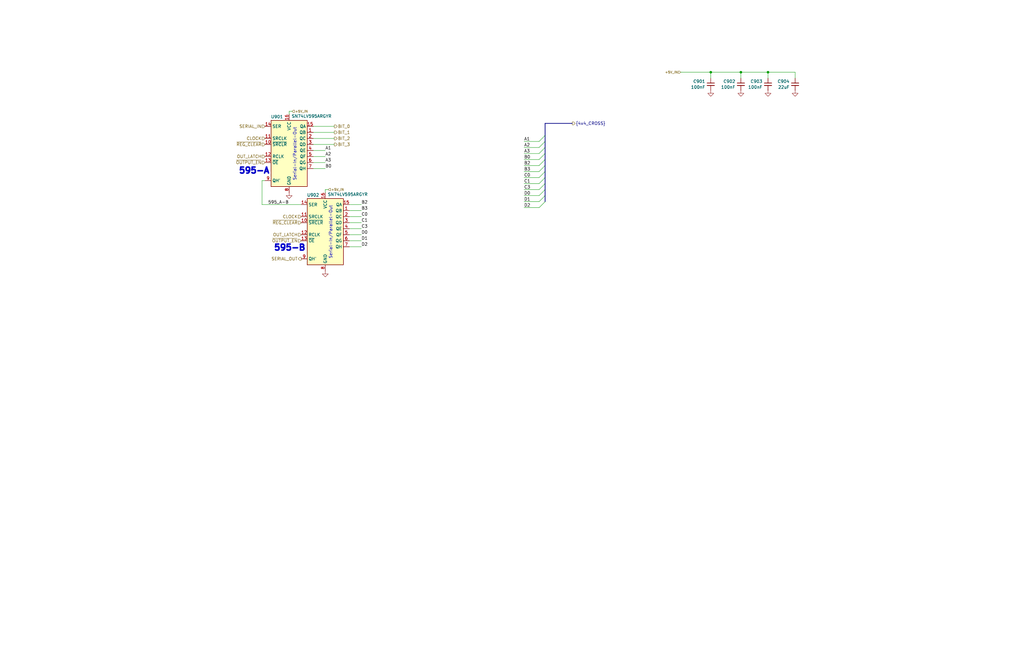
<source format=kicad_sch>
(kicad_sch (version 20250114) (generator "eeschema") (generator_version "9.0")
  (paper "B")
  (lib_symbols
    (symbol "74HC595_1"
      (property "Reference" "U110" (at -1.27 16.51 0))
      (property "Value" "SN74LV595ARGYR" (at -1.27 14.0857 0))
      (symbol "74HC595_1_1_0"
        (pin input line (at -10.16 10.16 0) (length 2.54) (name "SER") (number "14"))
        (pin input line (at -10.16 5.08 0) (length 2.54) (name "SRCLK") (number "11"))
        (pin input line (at -10.16 2.54 0) (length 2.54) (name "~{SRCLR}") (number "10"))
        (pin input line (at -10.16 -2.54 0) (length 2.54) (name "RCLK") (number "12"))
        (pin input line (at -10.16 -5.08 0) (length 2.54) (name "~{OE}") (number "13"))
        (pin output line (at -10.16 -12.7 0) (length 2.54) (name "QH'") (number "9"))
        (pin power_in line (at 0 15.24 270) (length 2.54) (name "VCC") (number "16"))
        (pin power_in line (at 0 -17.78 90) (length 2.54) (name "GND") (number "8"))
        (pin tri_state line (at 10.16 10.16 180) (length 2.54) (name "QA") (number "15"))
        (pin tri_state line (at 10.16 7.62 180) (length 2.54) (name "QB") (number "1"))
        (pin tri_state line (at 10.16 5.08 180) (length 2.54) (name "QC") (number "2"))
        (pin tri_state line (at 10.16 2.54 180) (length 2.54) (name "QD") (number "3"))
        (pin tri_state line (at 10.16 0 180) (length 2.54) (name "QE") (number "4"))
        (pin tri_state line (at 10.16 -2.54 180) (length 2.54) (name "QF") (number "5"))
        (pin tri_state line (at 10.16 -5.08 180) (length 2.54) (name "QG") (number "6"))
        (pin tri_state line (at 10.16 -7.62 180) (length 2.54) (name "QH") (number "7"))
      )
      (symbol "74HC595_1_1_1"
        (rectangle (start -7.62 12.7) (end 7.62 -15.24) (stroke (width 0.254)) (fill (type background)))
      )
    )
    (symbol "Device:C_Small" (pin_numbers (hide yes)) (pin_names (offset 0.254) (hide yes))
      (property "Reference" "C" (at 0.254 1.778 0))
      (property "Value" "C_Small" (at 0.254 -2.032 0))
      (symbol "C_Small_0_1"
        (polyline (pts (xy -1.524 0.508) (xy 1.524 0.508)) (stroke (width 0.3048)))
        (polyline (pts (xy -1.524 -0.508) (xy 1.524 -0.508)) (stroke (width 0.3302)))
      )
      (symbol "C_Small_1_1"
        (pin passive line (at 0 2.54 270) (length 2.032) (name "~") (number "1"))
        (pin passive line (at 0 -2.54 90) (length 2.032) (name "~") (number "2"))
      )
    )
    (symbol "power:GND" (power) (pin_numbers (hide yes)) (pin_names (offset 0) (hide yes))
      (property "Value" "GND" (at 0 -3.81 0))
      (symbol "GND_0_1"
        (polyline (pts (xy 0 0) (xy 0 -1.27) (xy 1.27 -1.27) (xy 0 -2.54) (xy -1.27 -1.27) (xy 0 -1.27)))
      )
      (symbol "GND_1_1"
        (pin power_in line (at 0 0 270) (length 0) (name "~") (number "1"))
      )
    )
  )
  (text "595-B" (at 122.174 104.648 0) (effects (font (size 2.54 2.54) (thickness 1.016) (bold yes))))
  (text "595-A" (at 107.188 72.136 0) (effects (font (size 2.54 2.54) (thickness 1.016) (bold yes))))
  (text "Serial-In/Parallel-Out" (at 139.446 98.044 90) (effects (font (size 1.27 1.27))))
  (text "Serial-In/Parallel-Out" (at 124.3083 65.024 90) (effects (font (size 1.27 1.27))))
  (junction (at 323.85 30.48))
  (junction (at 312.42 30.48))
  (junction (at 299.72 30.48))
  (bus_entry (at 229.87 59.69) (size -2.54 2.54))
  (bus_entry (at 229.87 82.55) (size -2.54 2.54))
  (bus_entry (at 229.87 85.09) (size -2.54 2.54))
  (bus_entry (at 229.87 64.77) (size -2.54 2.54))
  (bus_entry (at 229.87 77.47) (size -2.54 2.54))
  (bus_entry (at 229.87 62.23) (size -2.54 2.54))
  (bus_entry (at 229.87 74.93) (size -2.54 2.54))
  (bus_entry (at 229.87 69.85) (size -2.54 2.54))
  (bus_entry (at 229.87 72.39) (size -2.54 2.54))
  (bus_entry (at 229.87 57.15) (size -2.54 2.54))
  (bus_entry (at 229.87 80.01) (size -2.54 2.54))
  (bus_entry (at 229.87 67.31) (size -2.54 2.54))
  (bus (pts (xy 229.87 72.39) (xy 229.87 74.93)))
  (bus (pts (xy 229.87 59.69) (xy 229.87 62.23)))
  (wire (pts (xy 299.72 30.48) (xy 312.42 30.48)))
  (wire (pts (xy 323.85 30.48) (xy 335.28 30.48)))
  (wire (pts (xy 220.98 72.39) (xy 227.33 72.39)))
  (wire (pts (xy 127 86.36) (xy 110.49 86.36)))
  (wire (pts (xy 220.98 67.31) (xy 227.33 67.31)))
  (wire (pts (xy 123.19 46.99) (xy 121.92 46.99)))
  (wire (pts (xy 220.98 69.85) (xy 227.33 69.85)))
  (wire (pts (xy 152.4 91.44) (xy 147.32 91.44)))
  (wire (pts (xy 220.98 74.93) (xy 227.33 74.93)))
  (wire (pts (xy 152.4 93.98) (xy 147.32 93.98)))
  (wire (pts (xy 138.43 80.01) (xy 137.16 80.01)))
  (wire (pts (xy 137.16 71.12) (xy 132.08 71.12)))
  (wire (pts (xy 110.49 86.36) (xy 110.49 76.2)))
  (wire (pts (xy 323.85 30.48) (xy 323.85 33.02)))
  (wire (pts (xy 220.98 82.55) (xy 227.33 82.55)))
  (wire (pts (xy 137.16 63.5) (xy 132.08 63.5)))
  (wire (pts (xy 137.16 80.01) (xy 137.16 81.28)))
  (wire (pts (xy 110.49 76.2) (xy 111.76 76.2)))
  (wire (pts (xy 335.28 30.48) (xy 335.28 33.02)))
  (wire (pts (xy 220.98 85.09) (xy 227.33 85.09)))
  (wire (pts (xy 152.4 101.6) (xy 147.32 101.6)))
  (wire (pts (xy 140.97 55.88) (xy 132.08 55.88)))
  (bus (pts (xy 229.87 69.85) (xy 229.87 72.39)))
  (wire (pts (xy 152.4 86.36) (xy 147.32 86.36)))
  (wire (pts (xy 220.98 62.23) (xy 227.33 62.23)))
  (bus (pts (xy 229.87 67.31) (xy 229.87 69.85)))
  (bus (pts (xy 229.87 57.15) (xy 229.87 59.69)))
  (bus (pts (xy 229.87 62.23) (xy 229.87 64.77)))
  (wire (pts (xy 137.16 68.58) (xy 132.08 68.58)))
  (wire (pts (xy 287.02 30.48) (xy 299.72 30.48)))
  (wire (pts (xy 312.42 30.48) (xy 312.42 33.02)))
  (bus (pts (xy 229.87 80.01) (xy 229.87 82.55)))
  (wire (pts (xy 137.16 66.04) (xy 132.08 66.04)))
  (wire (pts (xy 121.92 46.99) (xy 121.92 48.26)))
  (wire (pts (xy 152.4 99.06) (xy 147.32 99.06)))
  (bus (pts (xy 229.87 57.15) (xy 229.87 52.07)))
  (wire (pts (xy 220.98 59.69) (xy 227.33 59.69)))
  (bus (pts (xy 229.87 74.93) (xy 229.87 77.47)))
  (bus (pts (xy 229.87 64.77) (xy 229.87 67.31)))
  (wire (pts (xy 152.4 88.9) (xy 147.32 88.9)))
  (wire (pts (xy 220.98 77.47) (xy 227.33 77.47)))
  (bus (pts (xy 229.87 77.47) (xy 229.87 80.01)))
  (wire (pts (xy 312.42 30.48) (xy 323.85 30.48)))
  (wire (pts (xy 140.97 58.42) (xy 132.08 58.42)))
  (wire (pts (xy 152.4 96.52) (xy 147.32 96.52)))
  (bus (pts (xy 229.87 52.07) (xy 241.3 52.07)))
  (wire (pts (xy 140.97 60.96) (xy 132.08 60.96)))
  (wire (pts (xy 140.97 53.34) (xy 132.08 53.34)))
  (wire (pts (xy 220.98 80.01) (xy 227.33 80.01)))
  (wire (pts (xy 299.72 33.02) (xy 299.72 30.48)))
  (wire (pts (xy 220.98 87.63) (xy 227.33 87.63)))
  (wire (pts (xy 152.4 104.14) (xy 147.32 104.14)))
  (bus (pts (xy 229.87 82.55) (xy 229.87 85.09)))
  (wire (pts (xy 220.98 64.77) (xy 227.33 64.77)))
  (label "C1" (at 152.4 93.98 0))
  (label "A2" (at 137.16 66.04 0))
  (label "595_A-B" (at 113.03 86.36 0))
  (label "B3" (at 152.4 88.9 0))
  (label "A1" (at 137.16 63.5 0))
  (label "A3" (at 137.16 68.58 0))
  (label "D2" (at 152.4 104.14 0))
  (label "C0" (at 220.98 74.93 0))
  (label "C3" (at 220.98 80.01 0))
  (label "D0" (at 220.98 82.55 0))
  (label "B0" (at 137.16 71.12 0))
  (label "A1" (at 220.98 59.69 0))
  (label "B3" (at 220.98 72.39 0))
  (label "C1" (at 220.98 77.47 0))
  (label "C0" (at 152.4 91.44 0))
  (label "D1" (at 220.98 85.09 0))
  (label "C3" (at 152.4 96.52 0))
  (label "B2" (at 220.98 69.85 0))
  (label "D0" (at 152.4 99.06 0))
  (label "B2" (at 152.4 86.36 0))
  (label "A2" (at 220.98 62.23 0))
  (label "D1" (at 152.4 101.6 0))
  (label "D2" (at 220.98 87.63 0))
  (label "B0" (at 220.98 67.31 0))
  (label "A3" (at 220.98 64.77 0))
  (hierarchical_label "BIT_1" (shape output) (at 140.97 55.88 0))
  (hierarchical_label "{4x4_CROSS}" (shape output) (at 241.3 52.07 0))
  (hierarchical_label "CLOCK" (shape input) (at 127 91.44 180))
  (hierarchical_label "~{REG_CLEAR}" (shape input) (at 127 93.98 180))
  (hierarchical_label "+5V_IN" (shape input) (at 138.43 80.01 0) (effects (font (size 1 1))))
  (hierarchical_label "SERIAL_OUT" (shape output) (at 127 109.22 180))
  (hierarchical_label "+5V_IN" (shape input) (at 287.02 30.48 180) (effects (font (size 1 1))))
  (hierarchical_label "~{OUTPUT_EN}" (shape input) (at 127 101.6 180))
  (hierarchical_label "BIT_3" (shape output) (at 140.97 60.96 0))
  (hierarchical_label "CLOCK" (shape input) (at 111.76 58.42 180))
  (hierarchical_label "OUT_LATCH" (shape input) (at 127 99.06 180))
  (hierarchical_label "~{REG_CLEAR}" (shape input) (at 111.76 60.96 180))
  (hierarchical_label "SERIAL_IN" (shape input) (at 111.76 53.34 180))
  (hierarchical_label "OUT_LATCH" (shape input) (at 111.76 66.04 180))
  (hierarchical_label "BIT_0" (shape output) (at 140.97 53.34 0))
  (hierarchical_label "BIT_2" (shape output) (at 140.97 58.42 0))
  (hierarchical_label "+5V_IN" (shape input) (at 123.19 46.99 0) (effects (font (size 1 1))))
  (hierarchical_label "~{OUTPUT_EN}" (shape input) (at 111.76 68.58 180))
  (symbol (lib_id "Device:C_Small") (at 323.85 35.56 0) (mirror y) (unit 1)
    (property "Reference" "C903" (at 321.5259 34.3541 0) (effects (justify left)))
    (property "Value" "100nF" (at 321.5259 36.7784 0) (effects (justify left)))
    (property "Footprint" "Capacitor_SMD:C_0402_1005Metric" (effects (hide yes)))
    (property "Description" "Unpolarized capacitor, small symbol" (effects (hide yes)))
  )
  (symbol (lib_id "power:GND") (at 299.72 38.1 0) (mirror y) (unit 1)
    (property "Reference" "#PWR0901" (effects (hide yes)))
    (property "Value" "GND" (effects (hide yes)))
    (property "Description" "Power symbol creates a global label with name \"GND\" , ground" (effects (hide yes)))
  )
  (symbol (lib_name "74HC595_1") (lib_id "74xx:74HC595") (at 121.92 63.5 0) (unit 1)
    (property "Reference" "U901" (at 119.38 49.276 0) (effects (justify right)))
    (property "Value" "SN74LV595ARGYR" (at 122.936 49.022 0) (effects (justify left)))
    (property "Footprint" "Libraries:RGY16_2P55X2P05" (effects (hide yes)))
    (property "Datasheet" "https://www.ti.com/lit/ds/symlink/sn74hc595.pdf" (effects (hide yes)))
    (property "Description" "8-bit serial in/out Shift Register 3-State Outputs" (effects (hide yes)))
    (property "DigiKey" "https://www.digikey.com/en/products/detail/texas-instruments/SN74LV595ARGYR/521526" (effects (hide yes)))
  )
  (symbol (lib_id "power:GND") (at 323.85 38.1 0) (mirror y) (unit 1)
    (property "Reference" "#PWR0903" (effects (hide yes)))
    (property "Value" "GND" (effects (hide yes)))
    (property "Description" "Power symbol creates a global label with name \"GND\" , ground" (effects (hide yes)))
  )
  (symbol (lib_id "Device:C_Small") (at 335.28 35.56 0) (unit 1)
    (property "Reference" "C904" (at 332.9559 34.3541 0) (effects (justify right)))
    (property "Value" "22uF" (at 332.9559 36.7784 0) (effects (justify right)))
    (property "Footprint" "Capacitor_SMD:C_0603_1608Metric" (effects (hide yes)))
    (property "Description" "Unpolarized capacitor, small symbol" (effects (hide yes)))
  )
  (symbol (lib_id "Device:C_Small") (at 312.42 35.56 0) (mirror y) (unit 1)
    (property "Reference" "C902" (at 310.0959 34.3541 0) (effects (justify left)))
    (property "Value" "100nF" (at 310.0959 36.7784 0) (effects (justify left)))
    (property "Footprint" "Capacitor_SMD:C_0402_1005Metric" (effects (hide yes)))
    (property "Description" "Unpolarized capacitor, small symbol" (effects (hide yes)))
  )
  (symbol (lib_id "power:GND") (at 137.16 114.3 0) (unit 1)
    (property "Reference" "#PWR0906" (effects (hide yes)))
    (property "Value" "GND" (effects (hide yes)))
    (property "Description" "Power symbol creates a global label with name \"GND\" , ground" (effects (hide yes)))
  )
  (symbol (lib_id "power:GND") (at 335.28 38.1 0) (unit 1)
    (property "Reference" "#PWR0904" (effects (hide yes)))
    (property "Value" "GND" (effects (hide yes)))
    (property "Description" "Power symbol creates a global label with name \"GND\" , ground" (effects (hide yes)))
  )
  (symbol (lib_id "power:GND") (at 312.42 38.1 0) (mirror y) (unit 1)
    (property "Reference" "#PWR0902" (effects (hide yes)))
    (property "Value" "GND" (effects (hide yes)))
    (property "Description" "Power symbol creates a global label with name \"GND\" , ground" (effects (hide yes)))
  )
  (symbol (lib_id "Device:C_Small") (at 299.72 35.56 0) (mirror y) (unit 1)
    (property "Reference" "C901" (at 297.3959 34.3541 0) (effects (justify left)))
    (property "Value" "100nF" (at 297.3959 36.7784 0) (effects (justify left)))
    (property "Footprint" "Capacitor_SMD:C_0402_1005Metric" (effects (hide yes)))
    (property "Description" "Unpolarized capacitor, small symbol" (effects (hide yes)))
  )
  (symbol (lib_id "power:GND") (at 121.92 81.28 0) (unit 1)
    (property "Reference" "#PWR0905" (effects (hide yes)))
    (property "Value" "GND" (effects (hide yes)))
    (property "Description" "Power symbol creates a global label with name \"GND\" , ground" (effects (hide yes)))
  )
  (symbol (lib_name "74HC595_1") (lib_id "74xx:74HC595") (at 137.16 96.52 0) (unit 1)
    (property "Reference" "U902" (at 134.62 82.296 0) (effects (justify right)))
    (property "Value" "SN74LV595ARGYR" (at 138.176 82.042 0) (effects (justify left)))
    (property "Footprint" "Libraries:RGY16_2P55X2P05" (effects (hide yes)))
    (property "Datasheet" "https://www.ti.com/lit/ds/symlink/sn74hc595.pdf" (effects (hide yes)))
    (property "Description" "8-bit serial in/out Shift Register 3-State Outputs" (effects (hide yes)))
    (property "DigiKey" "https://www.digikey.com/en/products/detail/texas-instruments/SN74LV595ARGYR/521526" (effects (hide yes)))
  )
)
</source>
